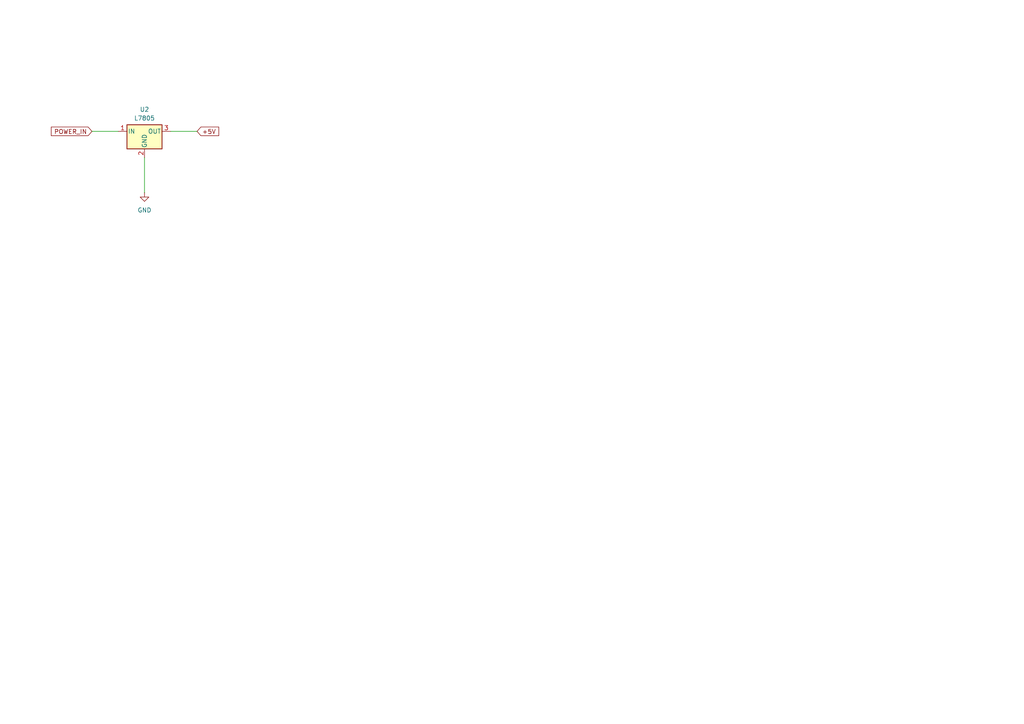
<source format=kicad_sch>
(kicad_sch (version 20250114) (generator "eeschema") (generator_version "9.0")
  (paper "A4")
  (lib_symbols
    (symbol "Regulator_Linear:L7805" (pin_names (offset 0.254))
      (property "Reference" "U" (at -3.81 3.175 0))
      (property "Value" "L7805" (at 0 3.175 0))
      (symbol "L7805_0_1"
        (rectangle (start -5.08 1.905) (end 5.08 -5.08) (stroke (width 0.254)) (fill (type background)))
      )
      (symbol "L7805_1_1"
        (pin power_in line (at -7.62 0 0) (length 2.54) (name "IN") (number "1"))
        (pin power_in line (at 0 -7.62 90) (length 2.54) (name "GND") (number "2"))
        (pin power_out line (at 7.62 0 180) (length 2.54) (name "OUT") (number "3"))
      )
    )
    (symbol "power:GND" (power) (pin_numbers (hide yes)) (pin_names (offset 0) (hide yes))
      (property "Value" "GND" (at 0 -3.81 0))
      (symbol "GND_0_1"
        (polyline (pts (xy 0 0) (xy 0 -1.27) (xy 1.27 -1.27) (xy 0 -2.54) (xy -1.27 -1.27) (xy 0 -1.27)))
      )
      (symbol "GND_1_1"
        (pin power_in line (at 0 0 270) (length 0) (name "~") (number "1"))
      )
    )
  )
  (wire (pts (xy 41.91 45.72) (xy 41.91 55.88)))
  (wire (pts (xy 49.53 38.1) (xy 57.15 38.1)))
  (wire (pts (xy 26.67 38.1) (xy 34.29 38.1)))
  (global_label "POWER_IN" (shape input) (at 26.67 38.1 180) (property "Intersheetrefs" "${INTERSHEET_REFS}" (effects (hide yes))))
  (global_label "+5V" (shape input) (at 57.15 38.1 0) (property "Intersheetrefs" "${INTERSHEET_REFS}" (effects (hide yes))))
  (symbol (lib_id "power:GND") (at 41.91 55.88 0) (unit 1)
    (property "Reference" "#PWR05" (effects (hide yes)))
    (property "Value" "GND" (at 41.91 60.96 0))
    (property "Description" "Power symbol creates a global label with name \"GND\" , ground" (effects (hide yes)))
  )
  (symbol (lib_id "Regulator_Linear:L7805") (at 41.91 38.1 0) (unit 1)
    (property "Reference" "U2" (at 41.91 31.75 0))
    (property "Value" "L7805" (at 41.91 34.29 0))
    (property "Datasheet" "http://www.st.com/content/ccc/resource/technical/document/datasheet/41/4f/b3/b0/12/d4/47/88/CD00000444.pdf/files/CD00000444.pdf/jcr:content/translations/en.CD00000444.pdf" (effects (hide yes)))
    (property "Description" "Positive 1.5A 35V Linear Regulator, Fixed Output 5V, TO-220/TO-263/TO-252" (effects (hide yes)))
  )
)
</source>
